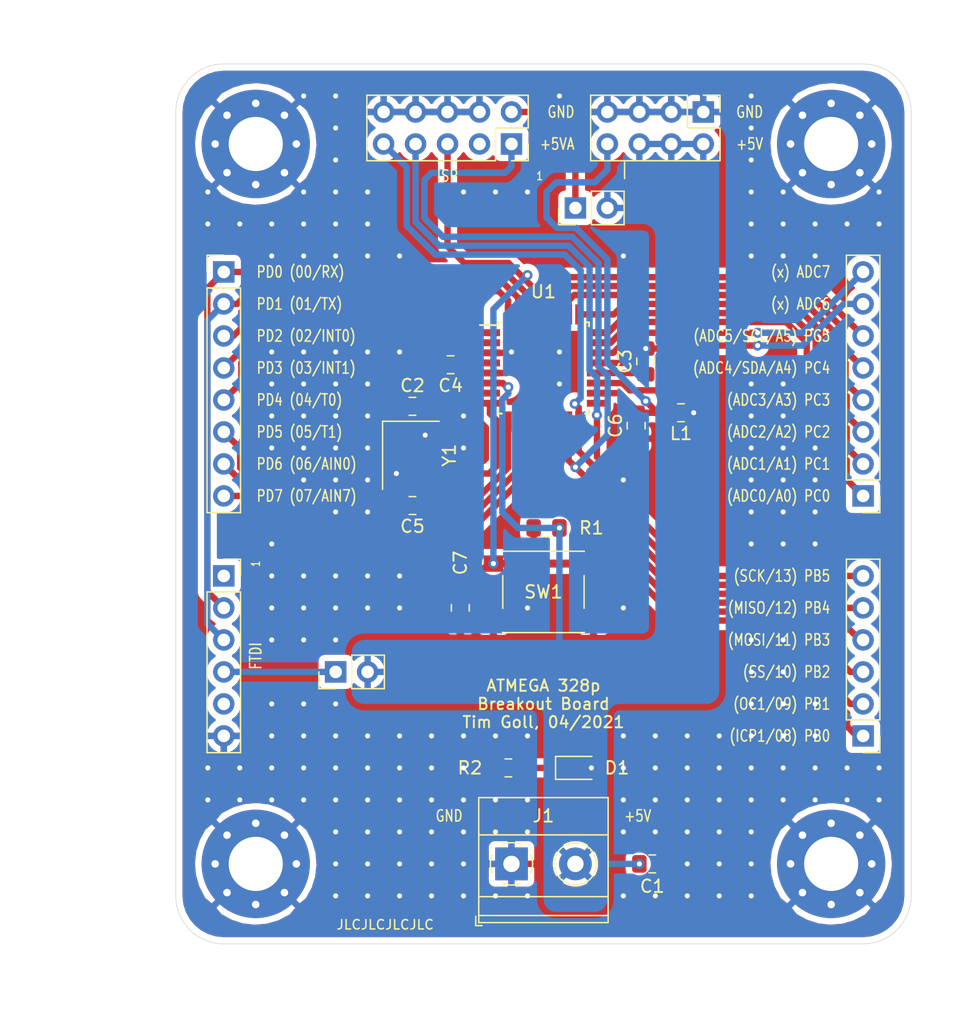
<source format=kicad_pcb>
(kicad_pcb (version 20211014) (generator pcbnew)
  (layers (0 "F.Cu" signal) (31 "B.Cu" signal) (34 "B.Paste" user) (35 "F.Paste" user) (36 "B.SilkS" user "B.Silkscreen") (37 "F.SilkS" user "F.Silkscreen") (38 "B.Mask" user) (39 "F.Mask" user) (44 "Edge.Cuts" user))
  (net 0 "")
  (net 1 "+5V")
  (net 2 "GND")
  (net 3 "XTAL1")
  (net 4 "Net-(C3-Pad1)")
  (net 5 "XTAL2")
  (net 6 "+5VA")
  (net 7 "~{RST}")
  (net 8 "Net-(D1-Pad1)")
  (net 9 "PC0")
  (net 10 "PC1")
  (net 11 "PC2")
  (net 12 "PC3")
  (net 13 "PC4")
  (net 14 "PC5")
  (net 15 "ADC6")
  (net 16 "ADC7")
  (net 17 "PB3")
  (net 18 "Net-(J3-Pad2)")
  (net 19 "Net-(J3-Pad3)")
  (net 20 "PB5")
  (net 21 "Net-(J5-Pad1)")
  (net 22 "PD7")
  (net 23 "PD6")
  (net 24 "PD5")
  (net 25 "PD4")
  (net 26 "PD3")
  (net 27 "PD2")
  (net 28 "PD1")
  (net 29 "PD0")
  (net 30 "Net-(J7-Pad1)")
  (net 31 "Net-(J7-Pad5)")
  (net 32 "PB0")
  (net 33 "PB1")
  (net 34 "PB2")
  (net 35 "PB4")
  (footprint "Capacitor_SMD:C_0805_2012Metric_Pad1.15x1.40mm_HandSolder" (layer "F.Cu") (at 138.675 94.996 180)
    (fp_text reference "C4")
    (fp_text value "100n")
  )
  (footprint "Capacitor_SMD:C_0805_2012Metric_Pad1.15x1.40mm_HandSolder" (layer "F.Cu") (at 153.416 99.831 90)
    (fp_text reference "C6")
    (fp_text value "100n")
  )
  (footprint "LED_SMD:LED_0805_2012Metric_Castellated" (layer "F.Cu") (at 148.8975 127)
    (fp_text reference "D1")
    (fp_text value "pwr")
  )
  (footprint "MountingHole:MountingHole_4.3mm_M4_Pad_Via" (layer "F.Cu") (at 123.19 134.62)
    (fp_text reference "H2" hide)
    (fp_text value "MountingHole_Pad")
  )
  (footprint "MountingHole:MountingHole_4.3mm_M4_Pad_Via" (layer "F.Cu") (at 123.19 77.47)
    (fp_text reference "H3" hide)
    (fp_text value "MountingHole_Pad")
  )
  (footprint "MountingHole:MountingHole_4.3mm_M4_Pad_Via" (layer "F.Cu") (at 168.91 134.62)
    (fp_text reference "H4" hide)
    (fp_text value "MountingHole_Pad")
  )
  (footprint "TerminalBlock_Phoenix:TerminalBlock_Phoenix_MKDS-1,5-2-5.08_1x02_P5.08mm_Horizontal" (layer "F.Cu") (at 143.51 134.62)
    (fp_text reference "J1")
    (fp_text value "pwr")
  )
  (footprint "Connector_PinHeader_2.54mm:PinHeader_1x08_P2.54mm_Vertical" (layer "F.Cu") (at 171.45 105.41 180)
    (fp_text reference "J2" hide)
    (fp_text value "analog")
  )
  (footprint "Connector_PinSocket_2.54mm:PinSocket_1x06_P2.54mm_Vertical" (layer "F.Cu") (at 120.65 111.76)
    (fp_text reference "J7" hide)
    (fp_text value "FTDI")
  )
  (footprint "Connector_PinHeader_2.54mm:PinHeader_1x06_P2.54mm_Vertical" (layer "F.Cu") (at 171.45 124.46 180)
    (fp_text reference "J8" hide)
    (fp_text value "PB")
  )
  (footprint "Inductor_SMD:L_0805_2012Metric_Pad1.15x1.40mm_HandSolder" (layer "F.Cu") (at 156.981 98.806 180)
    (fp_text reference "L1")
    (fp_text value "10u")
  )
  (footprint "Resistor_SMD:R_0805_2012Metric_Pad1.15x1.40mm_HandSolder" (layer "F.Cu") (at 146.295 107.95 180)
    (fp_text reference "R1")
    (fp_text value "10k")
  )
  (footprint "Resistor_SMD:R_0805_2012Metric_Pad1.15x1.40mm_HandSolder" (layer "F.Cu") (at 143.265 127 180)
    (fp_text reference "R2")
    (fp_text value "2k2")
  )
  (footprint "Button_Switch_SMD:SW_Push_1P1T_NO_6x6mm_H9.5mm" (layer "F.Cu") (at 146.05 113.03)
    (fp_text reference "SW1")
    (fp_text value "RST")
  )
  (footprint "Package_QFP:TQFP-32_7x7mm_P0.8mm" (layer "F.Cu") (at 146.05 95.25)
    (fp_text reference "U1")
    (fp_text value "ATmega328P-AU")
  )
  (footprint "Connector_PinHeader_2.54mm:PinHeader_1x08_P2.54mm_Vertical" (layer "F.Cu") (at 120.65 87.63)
    (fp_text reference "J6" hide)
    (fp_text value "PD")
  )
  (footprint "Connector_PinHeader_2.54mm:PinHeader_2x04_P2.54mm_Vertical" (layer "F.Cu") (at 158.75 74.93 -90)
    (fp_text reference "J9" hide)
    (fp_text value "power")
  )
  (footprint "Connector_PinHeader_2.54mm:PinHeader_1x02_P2.54mm_Vertical" (layer "F.Cu") (at 129.54 119.38 90)
    (fp_text reference "J5" hide)
    (fp_text value "jmp")
  )
  (footprint "MountingHole:MountingHole_4.3mm_M4_Pad_Via" (layer "F.Cu") (at 168.91 77.47)
    (fp_text reference "H1" hide)
    (fp_text value "MountingHole_Pad")
  )
  (footprint "Connector_PinSocket_2.54mm:PinSocket_2x05_P2.54mm_Vertical" (layer "F.Cu") (at 143.51 77.47 -90)
    (fp_text reference "J3" hide)
    (fp_text value "ISP")
  )
  (footprint "Capacitor_SMD:C_0805_2012Metric_Pad1.15x1.40mm_HandSolder" (layer "F.Cu") (at 154.695 134.62)
    (fp_text reference "C1")
    (fp_text value "1u")
  )
  (footprint "Capacitor_SMD:C_0805_2012Metric_Pad1.15x1.40mm_HandSolder" (layer "F.Cu") (at 135.645 106.172 180)
    (fp_text reference "C5")
    (fp_text value "22p")
  )
  (footprint "Capacitor_SMD:C_0805_2012Metric_Pad1.15x1.40mm_HandSolder" (layer "F.Cu") (at 135.645 98.298)
    (fp_text reference "C2")
    (fp_text value "22p")
  )
  (footprint "Crystal:Crystal_SMD_3225-4Pin_3.2x2.5mm_HandSoldering" (layer "F.Cu") (at 135.516 102.182 -90)
    (fp_text reference "Y1")
    (fp_text value "S3B20")
  )
  (footprint "Capacitor_SMD:C_0805_2012Metric_Pad1.15x1.40mm_HandSolder" (layer "F.Cu") (at 154.178 94.733 90)
    (fp_text reference "C3")
    (fp_text value "100n")
  )
  (footprint "Connector_PinHeader_2.54mm:PinHeader_1x02_P2.54mm_Vertical" (layer "F.Cu") (at 148.59 82.55 90)
    (fp_text reference "J4" hide)
    (fp_text value "jmp")
  )
  (footprint "Capacitor_SMD:C_0805_2012Metric_Pad1.15x1.40mm_HandSolder" (layer "F.Cu") (at 139.446 114.291 -90)
    (fp_text reference "C7")
    (fp_text value "100n")
  )
  (gr_line (start 175.26 137.16) (end 175.26 74.93) (layer "Edge.Cuts") (width 0.05))
  (gr_line (start 120.65 140.97) (end 171.45 140.97) (layer "Edge.Cuts") (width 0.05))
  (gr_arc (start 116.84 74.93) (mid 117.955923 72.235923) (end 120.65 71.12) (layer "Edge.Cuts") (width 0.05))
  (gr_arc (start 120.65 140.97) (mid 117.955923 139.854077) (end 116.84 137.16) (layer "Edge.Cuts") (width 0.05))
  (gr_line (start 171.45 71.12) (end 120.65 71.12) (layer "Edge.Cuts") (width 0.05))
  (gr_line (start 116.84 74.93) (end 116.84 137.16) (layer "Edge.Cuts") (width 0.05))
  (gr_arc (start 171.45 71.12) (mid 174.144077 72.235923) (end 175.26 74.93) (layer "Edge.Cuts") (width 0.05))
  (gr_arc (start 175.26 137.16) (mid 174.144077 139.854077) (end 171.45 140.97) (layer "Edge.Cuts") (width 0.05))
  (gr_text "ATMEGA 328p\nBreakout Board\nTim Goll, 04/2021" (at 146.05 121.92) (layer "F.SilkS") (effects (font (size 0.9 0.9))))
  (gr_text "JLCJLCJLCJLC" (at 137.414 139.446) (layer "F.SilkS") (effects (font (size 0.75 0.75) (thickness 0.12)) (justify right)))
  (gr_text "(x) ADC7" (at 168.91 87.63) (layer "F.SilkS") (effects (font (size 0.9 0.7) (thickness 0.12)) (justify right)))
  (gr_text "1" (at 123.19 110.49 90) (layer "F.SilkS") (effects (font (size 0.65 0.5) (thickness 0.1)) (justify right)))
  (gr_text "ISP" (at 138.43 80.01) (layer "F.SilkS") (effects (font (size 0.9 0.7) (thickness 0.12))))
  (gr_text "1" (at 146.05 80.01) (layer "F.SilkS") (effects (font (size 0.65 0.5) (thickness 0.1)) (justify right)))
  (gr_text "|" (at 152.908 79.502) (layer "F.SilkS") (effects (font (size 0.9 0.7) (thickness 0.12)) (justify right)))
  (gr_text "GND" (at 148.59 74.93) (layer "F.SilkS") (effects (font (size 0.9 0.7) (thickness 0.12)) (justify right)))
  (gr_text "GND" (at 139.7 130.81) (layer "F.SilkS") (effects (font (size 0.9 0.7) (thickness 0.12)) (justify right)))
  (gr_text "+5V" (at 152.4 130.81) (layer "F.SilkS") (effects (font (size 0.9 0.7) (thickness 0.12)) (justify left)))
  (gr_text "PD6 (06/AIN0)" (at 123.19 102.87) (layer "F.SilkS") (effects (font (size 0.9 0.7) (thickness 0.12)) (justify left)))
  (gr_text "(x) ADC6" (at 168.91 90.17) (layer "F.SilkS") (effects (font (size 0.9 0.7) (thickness 0.12)) (justify right)))
  (gr_text "(ADC3/A3) PC3" (at 168.91 97.79) (layer "F.SilkS") (effects (font (size 0.9 0.7) (thickness 0.12)) (justify right)))
  (gr_text "(MISO/12) PB4" (at 168.91 114.3) (layer "F.SilkS") (effects (font (size 0.9 0.7) (thickness 0.12)) (justify right)))
  (gr_text "(ADC5/SCL/A5) PC5" (at 168.91 92.71) (layer "F.SilkS") (effects (font (size 0.9 0.7) (thickness 0.12)) (justify right)))
  (gr_text "(ICP1/08) PB0" (at 168.91 124.46) (layer "F.SilkS") (effects (font (size 0.9 0.7) (thickness 0.12)) (justify right)))
  (gr_text "+5VA" (at 148.59 77.47) (layer "F.SilkS") (effects (font (size 0.9 0.7) (thickness 0.12)) (justify right)))
  (gr_text "FTDI" (at 123.19 118.11 90) (layer "F.SilkS") (effects (font (size 0.9 0.7) (thickness 0.12))))
  (gr_text "(SS/10) PB2" (at 168.91 119.38) (layer "F.SilkS") (effects (font (size 0.9 0.7) (thickness 0.12)) (justify right)))
  (gr_text "(OC1/09) PB1" (at 168.91 121.92) (layer "F.SilkS") (effects (font (size 0.9 0.7) (thickness 0.12)) (justify right)))
  (gr_text "(ADC4/SDA/A4) PC4" (at 168.91 95.25) (layer "F.SilkS") (effects (font (size 0.9 0.7) (thickness 0.12)) (justify right)))
  (gr_text "(ADC0/A0) PC0" (at 168.91 105.41) (layer "F.SilkS") (effects (font (size 0.9 0.7) (thickness 0.12)) (justify right)))
  (gr_text "+5V" (at 161.29 77.47) (layer "F.SilkS") (effects (font (size 0.9 0.7) (thickness 0.12)) (justify left)))
  (gr_text "PD7 (07/AIN7)" (at 123.19 105.41) (layer "F.SilkS") (effects (font (size 0.9 0.7) (thickness 0.12)) (justify left)))
  (gr_text "(ADC2/A2) PC2" (at 168.91 100.33) (layer "F.SilkS") (effects (font (size 0.9 0.7) (thickness 0.12)) (justify right)))
  (gr_text "(SCK/13) PB5" (at 168.91 111.76) (layer "F.SilkS") (effects (font (size 0.9 0.7) (thickness 0.12)) (justify right)))
  (gr_text "PD0 (00/RX)" (at 123.19 87.63) (layer "F.SilkS") (effects (font (size 0.9 0.7) (thickness 0.12)) (justify left)))
  (gr_text "PD2 (02/INT0)" (at 123.19 92.71) (layer "F.SilkS") (effects (font (size 0.9 0.7) (thickness 0.12)) (justify left)))
  (gr_text "PD4 (04/T0)" (at 123.19 97.79) (layer "F.SilkS") (effects (font (size 0.9 0.7) (thickness 0.12)) (justify left)))
  (gr_text "PD3 (03/INT1)" (at 123.19 95.25) (layer "F.SilkS") (effects (font (size 0.9 0.7) (thickness 0.12)) (justify left)))
  (gr_text "(ADC1/A1) PC1" (at 168.91 102.87) (layer "F.SilkS") (effects (font (size 0.9 0.7) (thickness 0.12)) (justify right)))
  (gr_text "(MOSI/11) PB3" (at 168.91 116.84) (layer "F.SilkS") (effects (font (size 0.9 0.7) (thickness 0.12)) (justify right)))
  (gr_text "PD5 (05/T1)" (at 123.19 100.33) (layer "F.SilkS") (effects (font (size 0.9 0.7) (thickness 0.12)) (justify left)))
  (gr_text "PD1 (01/TX)" (at 123.19 90.17) (layer "F.SilkS") (effects (font (size 0.9 0.7) (thickness 0.12)) (justify left)))
  (gr_text "GND" (at 161.29 74.93) (layer "F.SilkS") (effects (font (size 0.9 0.7) (thickness 0.12)) (justify left)))
  (segment (start 141.8 94.85) (end 139.79 94.85) (width 0.508) (layer "F.Cu") (net 1))
  (segment (start 143.256 96.774) (end 143.142 96.774) (width 0.508) (layer "F.Cu") (net 1))
  (segment (start 139.79 94.85) (end 139.7 94.76) (width 0.508) (layer "F.Cu") (net 1))
  (segment (start 141.8 96.45) (end 142.818 96.45) (width 0.508) (layer "F.Cu") (net 1))
  (segment (start 143.142 96.774) (end 142.818 96.45) (width 0.508) (layer "F.Cu") (net 1))
  (segment (start 141.8 96.45) (end 140.138 96.45) (width 0.508) (layer "F.Cu") (net 1))
  (segment (start 140.138 96.45) (end 139.7 96.012) (width 0.508) (layer "F.Cu") (net 1))
  (segment (start 139.7 96.012) (end 139.7 94.76) (width 0.508) (layer "F.Cu") (net 1))
  (via (at 157.988 98.806) (size 0.8) (drill 0.4) (layers "F.Cu" "B.Cu") (net 1))
  (via (at 149.86 127) (size 0.8) (drill 0.4) (layers "F.Cu" "B.Cu") (net 1))
  (via (at 143.256 96.774) (size 0.8) (drill 0.4) (layers "F.Cu" "B.Cu") (net 1))
  (via (at 153.67 134.62) (size 0.8) (drill 0.4) (layers "F.Cu" "B.Cu") (net 1))
  (via (at 147.32 107.95) (size 0.8) (drill 0.4) (layers "F.Cu" "B.Cu") (net 1))
  (segment (start 142.78301 97.75499) (end 143.256 97.282) (width 0.508) (layer "B.Cu") (net 1))
  (segment (start 147.32 107.95) (end 147.32 117.602) (width 0.508) (layer "B.Cu") (net 1))
  (segment (start 144.018 107.95) (end 142.78301 106.71501) (width 0.508) (layer "B.Cu") (net 1))
  (segment (start 153.67 134.62) (end 150.876 134.62) (width 0.508) (layer "B.Cu") (net 1))
  (segment (start 142.78301 106.71501) (end 142.78301 97.75499) (width 0.508) (layer "B.Cu") (net 1))
  (segment (start 147.32 107.95) (end 144.018 107.95) (width 0.508) (layer "B.Cu") (net 1))
  (segment (start 143.256 97.282) (end 143.256 96.774) (width 0.508) (layer "B.Cu") (net 1))
  (segment (start 150.3 94.85) (end 152.292 94.85) (width 0.508) (layer "F.Cu") (net 2))
  (segment (start 143.108 95.65) (end 143.51 95.248) (width 0.508) (layer "F.Cu") (net 2))
  (segment (start 143.51 95.248) (end 143.51 93.98) (width 0.508) (layer "F.Cu") (net 2))
  (segment (start 141.8 95.65) (end 143.108 95.65) (width 0.508) (layer "F.Cu") (net 2))
  (segment (start 153.434 93.708) (end 154.178 93.708) (width 0.508) (layer "F.Cu") (net 2))
  (segment (start 152.292 94.85) (end 153.434 93.708) (width 0.508) (layer "F.Cu") (net 2))
  (segment (start 143.44 94.05) (end 143.51 93.98) (width 0.508) (layer "F.Cu") (net 2))
  (segment (start 141.8 94.05) (end 143.44 94.05) (width 0.508) (layer "F.Cu") (net 2))
  (via (at 136.652 100.584) (size 0.8) (drill 0.4) (layers "F.Cu" "B.Cu") (net 2))
  (via (at 134.366 103.632) (size 0.8) (drill 0.4) (layers "F.Cu" "B.Cu") (net 2))
  (via (at 127 114.3) (size 0.8) (drill 0.4) (layers "F.Cu" "B.Cu") (net 2))
  (via (at 129.54 129.54) (size 0.8) (drill 0.4) (layers "F.Cu" "B.Cu") (net 2))
  (via (at 139.7 81.28) (size 0.8) (drill 0.4) (layers "F.Cu" "B.Cu") (net 2))
  (via (at 152.4 86.36) (size 0.8) (drill 0.4) (layers "F.Cu" "B.Cu") (net 2))
  (via (at 162.56 83.82) (size 0.8) (drill 0.4) (layers "F.Cu" "B.Cu") (net 2))
  (via (at 127 124.46) (size 0.8) (drill 0.4) (layers "F.Cu" "B.Cu") (net 2))
  (via (at 170.18 127) (size 0.8) (drill 0.4) (layers "F.Cu" "B.Cu") (net 2))
  (via (at 129.54 132.08) (size 0.8) (drill 0.4) (layers "F.Cu" "B.Cu") (net 2))
  (via (at 137.16 137.16) (size 0.8) (drill 0.4) (layers "F.Cu" "B.Cu") (net 2))
  (via (at 157.48 137.16) (size 0.8) (drill 0.4) (layers "F.Cu" "B.Cu") (net 2))
  (via (at 134.62 132.08) (size 0.8) (drill 0.4) (layers "F.Cu" "B.Cu") (net 2))
  (via (at 124.46 101.6) (size 0.8) (drill 0.4) (layers "F.Cu" "B.Cu") (net 2))
  (via (at 152.4 114.3) (size 0.8) (drill 0.4) (layers "F.Cu" "B.Cu") (net 2))
  (via (at 142.24 137.16) (size 0.8) (drill 0.4) (layers "F.Cu" "B.Cu") (net 2))
  (via (at 139.7 137.16) (size 0.8) (drill 0.4) (layers "F.Cu" "B.Cu") (net 2))
  (via (at 132.08 86.36) (size 0.8) (drill 0.4) (layers "F.Cu" "B.Cu") (net 2))
  (via (at 129.54 73.66) (size 0.8) (drill 0.4) (layers "F.Cu" "B.Cu") (net 2))
  (via (at 137.16 132.08) (size 0.8) (drill 0.4) (layers "F.Cu" "B.Cu") (net 2))
  (via (at 129.54 104.14) (size 0.8) (drill 0.4) (layers "F.Cu" "B.Cu") (net 2))
  (via (at 152.4 127) (size 0.8) (drill 0.4) (layers "F.Cu" "B.Cu") (net 2))
  (via (at 162.56 81.28) (size 0.8) (drill 0.4) (layers "F.Cu" "B.Cu") (net 2))
  (via (at 134.62 134.62) (size 0.8) (drill 0.4) (layers "F.Cu" "B.Cu") (net 2))
  (via (at 134.62 93.98) (size 0.8) (drill 0.4) (layers "F.Cu" "B.Cu") (net 2))
  (via (at 132.08 106.68) (size 0.8) (drill 0.4) (layers "F.Cu" "B.Cu") (net 2))
  (via (at 162.56 73.66) (size 0.8) (drill 0.4) (layers "F.Cu" "B.Cu") (net 2))
  (via (at 160.02 137.16) (size 0.8) (drill 0.4) (layers "F.Cu" "B.Cu") (net 2))
  (via (at 165.1 104.14) (size 0.8) (drill 0.4) (layers "F.Cu" "B.Cu") (net 2))
  (via (at 167.64 124.46) (size 0.8) (drill 0.4) (layers "F.Cu" "B.Cu") (net 2))
  (via (at 162.56 119.38) (size 0.8) (drill 0.4) (layers "F.Cu" "B.Cu") (net 2))
  (via (at 172.72 83.82) (size 0.8) (drill 0.4) (layers "F.Cu" "B.Cu") (net 2))
  (via (at 167.64 129.54) (size 0.8) (drill 0.4) (layers "F.Cu" "B.Cu") (net 2))
  (via (at 167.64 104.14) (size 0.8) (drill 0.4) (layers "F.Cu" "B.Cu") (net 2))
  (via (at 147.32 93.98) (size 0.8) (drill 0.4) (layers "F.Cu" "B.Cu") (net 2))
  (via (at 154.94 124.46) (size 0.8) (drill 0.4) (layers "F.Cu" "B.Cu") (net 2))
  (via (at 137.16 134.62) (size 0.8) (drill 0.4) (layers "F.Cu" "B.Cu") (net 2))
  (via (at 144.78 132.08) (size 0.8) (drill 0.4) (layers "F.Cu" "B.Cu") (net 2))
  (via (at 129.54 101.6) (size 0.8) (drill 0.4) (layers "F.Cu" "B.Cu") (net 2))
  (via (at 154.94 129.54) (size 0.8) (drill 0.4) (layers "F.Cu" "B.Cu") (net 2))
  (via (at 127 73.66) (size 0.8) (drill 0.4) (layers "F.Cu" "B.Cu") (net 2))
  (via (at 165.1 129.54) (size 0.8) (drill 0.4) (layers "F.Cu" "B.Cu") (net 2))
  (via (at 167.64 121.92) (size 0.8) (drill 0.4) (layers "F.Cu" "B.Cu") (net 2))
  (via (at 167.64 127) (size 0.8) (drill 0.4) (layers "F.Cu" "B.Cu") (net 2))
  (via (at 142.24 132.08) (size 0.8) (drill 0.4) (layers "F.Cu" "B.Cu") (net 2))
  (via (at 144.78 137.16) (size 0.8) (drill 0.4) (layers "F.Cu" "B.Cu") (net 2))
  (via (at 132.08 96.52) (size 0.8) (drill 0.4) (layers "F.Cu" "B.Cu") (net 2))
  (via (at 134.62 137.16) (size 0.8) (drill 0.4) (layers "F.Cu" "B.Cu") (net 2))
  (via (at 132.08 99.06) (size 0.8) (drill 0.4) (layers "F.Cu" "B.Cu") (net 2))
  (via (at 147.32 73.66) (size 0.8) (drill 0.4) (layers "F.Cu" "B.Cu") (net 2))
  (via (at 124.46 116.84) (size 0.8) (drill 0.4) (layers "F.Cu" "B.Cu") (net 2))
  (via (at 162.56 121.92) (size 0.8) (drill 0.4) (layers "F.Cu" "B.Cu") (net 2))
  (via (at 162.56 106.68) (size 0.8) (drill 0.4) (layers "F.Cu" "B.Cu") (net 2))
  (via (at 165.1 106.68) (size 0.8) (drill 0.4) (layers "F.Cu" "B.Cu") (net 2))
  (via (at 167.64 109.22) (size 0.8) (drill 0.4) (layers "F.Cu" "B.Cu") (net 2))
  (via (at 165.1 121.92) (size 0.8) (drill 0.4) (layers "F.Cu" "B.Cu") (net 2))
  (via (at 124.46 83.82) (size 0.8) (drill 0.4) (layers "F.Cu" "B.Cu") (net 2))
  (via (at 132.08 81.28) (size 0.8) (drill 0.4) (layers "F.Cu" "B.Cu") (net 2))
  (via (at 137.16 127) (size 0.8) (drill 0.4) (layers "F.Cu" "B.Cu") (net 2))
  (via (at 165.1 99.06) (size 0.8) (drill 0.4) (layers "F.Cu" "B.Cu") (net 2))
  (via (at 152.4 124.46) (size 0.8) (drill 0.4) (layers "F.Cu" "B.Cu") (net 2))
  (via (at 165.1 116.84) (size 0.8) (drill 0.4) (layers "F.Cu" "B.Cu") (net 2))
  (via (at 124.46 109.22) (size 0.8) (drill 0.4) (layers "F.Cu" "B.Cu") (net 2))
  (via (at 152.4 104.14) (size 0.8) (drill 0.4) (layers "F.Cu" "B.Cu") (net 2))
  (via (at 152.4 132.08) (size 0.8) (drill 0.4) (layers "F.Cu" "B.Cu") (net 2))
  (via (at 143.51 93.98) (size 0.8) (drill 0.4) (layers "F.Cu" "B.Cu") (net 2))
  (via (at 160.02 129.54) (size 0.8) (drill 0.4) (layers "F.Cu" "B.Cu") (net 2))
  (via (at 129.54 93.98) (size 0.8) (drill 0.4) (layers "F.Cu" "B.Cu") (net 2))
  (via (at 132.08 93.98) (size 0.8) (drill 0.4) (layers "F.Cu" "B.Cu") (net 2))
  (via (at 127 93.98) (size 0.8) (drill 0.4) (layers "F.Cu" "B.Cu") (net 2))
  (via (at 127 99.06) (size 0.8) (drill 0.4) (layers "F.Cu" "B.Cu") (net 2))
  (via (at 143.51 93.98) (size 0.8) (drill 0.4) (layers "F.Cu" "B.Cu") (net 2))
  (via (at 139.7 132.08) (size 0.8) (drill 0.4) (layers "F.Cu" "B.Cu") (net 2))
  (via (at 162.56 137.16) (size 0.8) (drill 0.4) (layers "F.Cu" "B.Cu") (net 2))
  (via (at 154.178 93.708) (size 0.8) (drill 0.4) (layers "F.Cu" "B.Cu") (net 2))
  (via (at 124.46 111.76) (size 0.8) (drill 0.4) (layers "F.Cu" "B.Cu") (net 2))
  (via (at 127 129.54) (size 0.8) (drill 0.4) (layers "F.Cu" "B.Cu") (net 2))
  (via (at 124.46 93.98) (size 0.8) (drill 0.4) (layers "F.Cu" "B.Cu") (net 2))
  (via (at 167.64 86.36) (size 0.8) (drill 0.4) (layers "F.Cu" "B.Cu") (net 2))
  (via (at 129.54 81.28) (size 0.8) (drill 0.4) (layers "F.Cu" "B.Cu") (net 2))
  (via (at 160.02 134.62) (size 0.8) (drill 0.4) (layers "F.Cu" "B.Cu") (net 2))
  (via (at 121.92 127) (size 0.8) (drill 0.4) (layers "F.Cu" "B.Cu") (net 2))
  (via (at 119.38 83.82) (size 0.8) (drill 0.4) (layers "F.Cu" "B.Cu") (net 2))
  (via (at 137.16 124.46) (size 0.8) (drill 0.4) (layers "F.Cu" "B.Cu") (net 2))
  (via (at 162.56 132.08) (size 0.8) (drill 0.4) (layers "F.Cu" "B.Cu") (net 2))
  (via (at 129.54 106.68) (size 0.8) (drill 0.4) (layers "F.Cu" "B.Cu") (net 2))
  (via (at 165.1 96.52) (size 0.8) (drill 0.4) (layers "F.Cu" "B.Cu") (net 2))
  (via (at 132.08 132.08) (size 0.8) (drill 0.4) (layers "F.Cu" "B.Cu") (net 2))
  (via (at 154.94 137.16) (size 0.8) (drill 0.4) (layers "F.Cu" "B.Cu") (net 2))
  (via (at 132.08 134.62) (size 0.8) (drill 0.4) (layers "F.Cu" "B.Cu") (net 2))
  (via (at 132.08 104.14) (size 0.8) (drill 0.4) (layers "F.Cu" "B.Cu") (net 2))
  (via (at 124.46 114.3) (size 0.8) (drill 0.4) (layers "F.Cu" "B.Cu") (net 2))
  (via (at 162.56 104.14) (size 0.8) (drill 0.4) (layers "F.Cu" "B.Cu") (net 2))
  (via (at 144.78 114.3) (size 0.8) (drill 0.4) (layers "F.Cu" "B.Cu") (net 2))
  (via (at 127 81.28) (size 0.8) (drill 0.4) (layers "F.Cu" "B.Cu") (net 2))
  (via (at 132.08 129.54) (size 0.8) (drill 0.4) (layers "F.Cu" "B.Cu") (net 2))
  (via (at 142.24 124.46) (size 0.8) (drill 0.4) (layers "F.Cu" "B.Cu") (net 2))
  (via (at 134.62 124.46) (size 0.8) (drill 0.4) (layers "F.Cu" "B.Cu") (net 2))
  (via (at 119.38 129.54) (size 0.8) (drill 0.4) (layers "F.Cu" "B.Cu") (net 2))
  (via (at 129.54 127) (size 0.8) (drill 0.4) (layers "F.Cu" "B.Cu") (net 2))
  (via (at 121.92 83.82) (size 0.8) (drill 0.4) (layers "F.Cu" "B.Cu") (net 2))
  (via (at 129.54 121.92) (size 0.8) (drill 0.4) (layers "F.Cu" "B.Cu") (net 2))
  (via (at 129.54 116.84) (size 0.8) (drill 0.4) (layers "F.Cu" "B.Cu") (net 2))
  (via (at 165.1 86.36) (size 0.8) (drill 0.4) (layers "F.Cu" "B.Cu") (net 2))
  (via (at 129.54 78.74) (size 0.8) (drill 0.4) (layers "F.Cu" "B.Cu") (net 2))
  (via (at 139.7 101.6) (size 0.8) (drill 0.4) (layers "F.Cu" "B.Cu") (net 2))
  (via (at 165.1 109.22) (size 0.8) (drill 0.4) (layers "F.Cu" "B.Cu") (net 2))
  (via (at 154.94 132.08) (size 0.8) (drill 0.4) (layers "F.Cu" "B.Cu") (net 2))
  (via (at 134.62 114.3) (size 0.8) (drill 0.4) (layers "F.Cu" "B.Cu") (net 2))
  (via (at 124.46 129.54) (size 0.8) (drill 0.4) (layers "F.Cu" "B.Cu") (net 2))
  (via (at 132.08 114.3) (size 0.8) (drill 0.4) (layers "F.Cu" "B.Cu") (net 2))
  (via (at 127 104.14) (size 0.8) (drill 0.4) (layers "F.Cu" "B.Cu") (net 2))
  (via (at 132.08 127) (size 0.8) (drill 0.4) (layers "F.Cu" "B.Cu") (net 2))
  (via (at 167.64 101.6) (size 0.8) (drill 0.4) (layers "F.Cu" "B.Cu") (net 2))
  (via (at 144.78 81.28) (size 0.8) (drill 0.4) (layers "F.Cu" "B.Cu") (net 2))
  (via (at 124.46 86.36) (size 0.8) (drill 0.4) (layers "F.Cu" "B.Cu") (net 2))
  (via (at 157.48 132.08) (size 0.8) (drill 0.4) (layers "F.Cu" "B.Cu") (net 2))
  (via (at 152.4 129.54) (size 0.8) (drill 0.4) (layers "F.Cu" "B.Cu") (net 2))
  (via (at 134.62 129.54) (size 0.8) (drill 0.4) (layers "F.Cu" "B.Cu") (net 2))
  (via (at 121.92 129.54) (size 0.8) (drill 0.4) (layers "F.Cu" "B.Cu") (net 2))
  (via (at 129.54 96.52) (size 0.8) (drill 0.4) (layers "F.Cu" "B.Cu") (net 2))
  (via (at 172.72 129.54) (size 0.8) (drill 0.4) (layers "F.Cu" "B.Cu") (net 2))
  (via (at 157.48 124.46) (size 0.8) (drill 0.4) (layers "F.Cu" "B.Cu") (net 2))
  (via (at 132.08 124.46) (size 0.8) (drill 0.4) (layers "F.Cu" "B.Cu") (net 2))
  (via (at 165.1 81.28) (size 0.8) (drill 0.4) (layers "F.Cu" "B.Cu") (net 2))
  (via (at 162.56 101.6) (size 0.8) (drill 0.4) (layers "F.Cu" "B.Cu") (net 2))
  (via (at 129.54 114.3) (size 0.8) (drill 0.4) (layers "F.Cu" "B.Cu") (net 2))
  (via (at 127 101.6) (size 0.8) (drill 0.4) (layers "F.Cu" "B.Cu") (net 2))
  (via (at 142.24 129.54) (size 0.8) (drill 0.4) (layers "F.Cu" "B.Cu") (net 2))
  (via (at 162.56 86.36) (size 0.8) (drill 0.4) (layers "F.Cu" "B.Cu") (net 2))
  (via (at 162.56 76.2) (size 0.8) (drill 0.4) (layers "F.Cu" "B.Cu") (net 2))
  (via (at 147.32 96.52) (size 0.8) (drill 0.4) (layers "F.Cu" "B.Cu") (net 2))
  (via (at 170.18 83.82) (size 0.8) (drill 0.4) (layers "F.Cu" "B.Cu") (net 2))
  (via (at 162.56 96.52) (size 0.8) (drill 0.4) (layers "F.Cu" "B.Cu") (net 2))
  (via (at 129.54 76.2) (size 0.8) (drill 0.4) (layers "F.Cu" "B.Cu") (net 2))
  (via (at 162.56 129.54) (size 0.8) (drill 0.4) (layers "F.Cu" "B.Cu") (net 2))
  (via (at 142.24 81.28) (size 0.8) (drill 0.4) (layers "F.Cu" "B.Cu") (net 2))
  (via (at 132.08 111.76) (size 0.8) (drill 0.4) (layers "F.Cu" "B.Cu") (net 2))
  (via (at 132.08 101.6) (size 0.8) (drill 0.4) (layers "F.Cu" "B.Cu") (net 2))
  (via (at 129.54 137.16) (size 0.8) (drill 0.4) (layers "F.Cu" "B.Cu") (net 2))
  (via (at 157.48 134.62) (size 0.8) (drill 0.4) (layers "F.Cu" "B.Cu") (net 2))
  (via (at 129.54 99.06) (size 0.8) (drill 0.4) (layers "F.Cu" "B.Cu") (net 2))
  (via (at 165.1 119.38) (size 0.8) (drill 0.4) (layers "F.Cu" "B.Cu") (net 2))
  (via (at 162.56 116.84) (size 0.8) (drill 0.4) (layers "F.Cu" "B.Cu") (net 2))
  (via (at 127 83.82) (size 0.8) (drill 0.4) (layers "F.Cu" "B.Cu") (net 2))
  (via (at 139.7 129.54) (size 0.8) (drill 0.4) (layers "F.Cu" "B.Cu") (net 2))
  (via (at 162.56 127) (size 0.8) (drill 0.4) (layers "F.Cu" "B.Cu") (net 2))
  (via (at 170.18 129.54) (size 0.8) (drill 0.4) (layers "F.Cu" "B.Cu") (net 2))
  (via (at 127 86.36) (size 0.8) (drill 0.4) (layers "F.Cu" "B.Cu") (net 2))
  (via (at 124.46 99.06) (size 0.8) (drill 0.4) (layers "F.Cu" "B.Cu") (net 2))
  (via (at 127 116.84) (size 0.8) (drill 0.4) (layers "F.Cu" "B.Cu") (net 2))
  (via (at 124.46 127) (size 0.8) (drill 0.4) (layers "F.Cu" "B.Cu") (net 2))
  (via (at 129.54 86.36) (size 0.8) (drill 0.4) (layers "F.Cu" "B.Cu") (net 2))
  (via (at 129.54 111.76) (size 0.8) (drill 0.4) (layers "F.Cu" "B.Cu") (net 2))
  (via (at 139.7 124.46) (size 0.8) (drill 0.4) (layers "F.Cu" "B.Cu") (net 2))
  (via (at 167.64 83.82) (size 0.8) (drill 0.4) (layers "F.Cu" "B.Cu") (net 2))
  (via (at 165.1 127) (size 0.8) (drill 0.4) (layers "F.Cu" "B.Cu") (net 2))
  (via (at 160.02 124.46) (size 0.8) (drill 0.4) (layers "F.Cu" "B.Cu") (net 2))
  (via (at 167.64 106.68) (size 0.8) (drill 0.4) (layers "F.Cu" "B.Cu") (net 2))
  (via (at 160.02 132.08) (size 0.8) (drill 0.4) (layers "F.Cu" "B.Cu") (net 2))
  (via (at 162.56 78.74) (size 0.8) (drill 0.4) (layers "F.Cu" "B.Cu") (net 2))
  (via (at 165.1 101.6) (size 0.8) (drill 0.4) (layers "F.Cu" "B.Cu") (net 2))
  (via (at 165.1 124.46) (size 0.8) (drill 0.4) (layers "F.Cu" "B.Cu") (net 2))
  (via (at 137.16 129.54) (size 0.8) (drill 0.4) (layers "F.Cu" "B.Cu") (net 2))
  (via (at 127 111.76) (size 0.8) (drill 0.4) (layers "F.Cu" "B.Cu") (net 2))
  (via (at 160.02 127) (size 0.8) (drill 0.4) (layers "F.Cu" "B.Cu") (net 2))
  (via (at 119.38 81.28) (size 0.8) (drill 0.4) (layers "F.Cu" "B.Cu") (net 2))
  (via (at 154.94 127) (size 0.8) (drill 0.4) (layers "F.Cu" "B.Cu") (net 2))
  (via (at 162.56 109.22) (size 0.8) (drill 0.4) (layers "F.Cu" "B.Cu") (net 2))
  (via (at 134.62 127) (size 0.8) (drill 0.4) (layers "F.Cu" "B.Cu") (net 2))
  (via (at 139.7 127) (size 0.8) (drill 0.4) (layers "F.Cu" "B.Cu") (net 2))
  (via (at 132.08 83.82) (size 0.8) (drill 0.4) (layers "F.Cu" "B.Cu") (net 2))
  (via (at 129.54 124.46) (size 0.8) (drill 0.4) (layers "F.Cu" "B.Cu") (net 2))
  (via (at 127 127) (size 0.8) (drill 0.4) (layers "F.Cu" "B.Cu") (net 2))
  (via (at 152.4 137.16) (size 0.8) (drill 0.4) (layers "F.Cu" "B.Cu") (net 2))
  (via (at 172.72 127) (size 0.8) (drill 0.4) (layers "F.Cu" "B.Cu") (net 2))
  (via (at 139.7 99.06) (size 0.8) (drill 0.4) (layers "F.Cu" "B.Cu") (net 2))
  (via (at 124.46 121.92) (size 0.8) (drill 0.4) (layers "F.Cu" "B.Cu") (net 2))
  (via (at 165.1 83.82) (size 0.8) (drill 0.4) (layers "F.Cu" "B.Cu") (net 2))
  (via (at 157.48 127) (size 0.8) (drill 0.4) (layers "F.Cu" "B.Cu") (net 2))
  (via (at 162.56 99.06) (size 0.8) (drill 0.4) (layers "F.Cu" "B.Cu") (net 2))
  (via (at 127 121.92) (size 0.8) (drill 0.4) (layers "F.Cu" "B.Cu") (net 2))
  (via (at 172.72 81.28) (size 0.8) (drill 0.4) (layers "F.Cu" "B.Cu") (net 2))
  (via (at 124.46 124.46) (size 0.8) (drill 0.4) (layers "F.Cu" "B.Cu") (net 2))
  (via (at 139.7 134.62) (size 0.8) (drill 0.4) (layers "F.Cu" "B.Cu") (net 2))
  (via (at 129.54 134.62) (size 0.8) (drill 0.4) (layers "F.Cu" "B.Cu") (net 2))
  (via (at 144.78 124.46) (size 0.8) (drill 0.4) (layers "F.Cu" "B.Cu") (net 2))
  (via (at 134.62 111.76) (size 0.8) (drill 0.4) (layers "F.Cu" "B.Cu") (net 2))
  (via (at 119.38 127) (size 0.8) (drill 0.4) (layers "F.Cu" "B.Cu") (net 2))
  (via (at 132.08 137.16) (size 0.8) (drill 0.4) (layers "F.Cu" "B.Cu") (net 2))
  (via (at 124.46 96.52) (size 0.8) (drill 0.4) (layers "F.Cu" "B.Cu") (net 2))
  (via (at 162.56 124.46) (size 0.8) (drill 0.4) (layers "F.Cu" "B.Cu") (net 2))
  (via (at 134.62 86.36) (size 0.8) (drill 0.4) (layers "F.Cu" "B.Cu") (net 2))
  (via (at 127 96.52) (size 0.8) (drill 0.4) (layers "F.Cu" "B.Cu") (net 2))
  (via (at 162.56 134.62) (size 0.8) (drill 0.4) (layers "F.Cu" "B.Cu") (net 2))
  (via (at 144.78 129.54) (size 0.8) (drill 0.4) (layers "F.Cu" "B.Cu") (net 2))
  (via (at 157.48 129.54) (size 0.8) (drill 0.4) (layers "F.Cu" "B.Cu") (net 2))
  (via (at 129.54 83.82) (size 0.8) (drill 0.4) (layers "F.Cu" "B.Cu") (net 2))
  (segment (start 143.51 93.98) (end 144.526 93.98) (width 0.508) (layer "B.Cu") (net 2))
  (segment (start 134.62 100.478) (end 134.366 100.732) (width 0.508) (layer "F.Cu") (net 3))
  (segment (start 134.62 98.298) (end 134.62 100.478) (width 0.508) (layer "F.Cu") (net 3))
  (segment (start 139.668 97.25) (end 139.192 96.774) (width 0.508) (layer "F.Cu") (net 3))
  (segment (start 135.128 96.774) (end 134.62 97.282) (width 0.508) (layer "F.Cu") (net 3))
  (segment (start 141.8 97.25) (end 139.668 97.25) (width 0.508) (layer "F.Cu") (net 3))
  (segment (start 134.62 97.282) (end 134.62 98.298) (width 0.508) (layer "F.Cu") (net 3))
  (segment (start 139.192 96.774) (end 135.128 96.774) (width 0.508) (layer "F.Cu") (net 3))
  (segment (start 150.3 95.65) (end 153.016 95.65) (width 0.508) (layer "F.Cu") (net 4))
  (segment (start 154.07 95.65) (end 154.178 95.758) (width 0.508) (layer "F.Cu") (net 4))
  (segment (start 153.016 95.65) (end 154.07 95.65) (width 0.508) (layer "F.Cu") (net 4))
  (segment (start 136.67 103.636) (end 136.666 103.632) (width 0.508) (layer "F.Cu") (net 5))
  (segment (start 136.67 106.172) (end 136.67 103.636) (width 0.508) (layer "F.Cu") (net 5))
  (segment (start 141.732 103.632) (end 136.666 103.632) (width 0.508) (layer "F.Cu") (net 5))
  (segment (start 142.494 99.568) (end 142.494 102.87) (width 0.508) (layer "F.Cu") (net 5))
  (segment (start 142.494 102.87) (end 141.732 103.632) (width 0.508) (layer "F.Cu") (net 5))
  (segment (start 141.8 98.05) (end 141.8 98.874) (width 0.508) (layer "F.Cu") (net 5))
  (segment (start 141.8 98.874) (end 142.494 99.568) (width 0.508) (layer "F.Cu") (net 5))
  (segment (start 154.94 98.806) (end 154.94 98.643708) (width 0.508) (layer "F.Cu") (net 6))
  (segment (start 153.416 98.552) (end 153.416 98.806) (width 0.508) (layer "F.Cu") (net 6))
  (segment (start 154.94 98.806) (end 155.956 98.806) (width 0.508) (layer "F.Cu") (net 6))
  (segment (start 153.416 98.806) (end 154.94 98.806) (width 0.508) (layer "F.Cu") (net 6))
  (segment (start 154.94 98.643708) (end 154.178292 97.882) (width 0.508) (layer "F.Cu") (net 6))
  (segment (start 150.3 97.25) (end 152.114 97.25) (width 0.508) (layer "F.Cu") (net 6))
  (segment (start 152.114 97.25) (end 153.416 98.552) (width 0.508) (layer "F.Cu") (net 6))
  (via (at 154.178292 97.882) (size 0.8) (drill 0.4) (layers "F.Cu" "B.Cu") (net 6))
  (segment (start 154.178292 97.882) (end 151.13 94.833708) (width 0.508) (layer "B.Cu") (net 6))
  (segment (start 151.13 79.502) (end 151.13 77.47) (width 0.508) (layer "B.Cu") (net 6))
  (segment (start 151.13 94.833708) (end 151.13 86.628723) (width 0.508) (layer "B.Cu") (net 6))
  (segment (start 146.304 83.312) (end 146.304 81.28) (width 0.508) (layer "B.Cu") (net 6))
  (segment (start 147.11999 84.12799) (end 146.304 83.312) (width 0.508) (layer "B.Cu") (net 6))
  (segment (start 148.629267 84.12799) (end 147.11999 84.12799) (width 0.508) (layer "B.Cu") (net 6))
  (segment (start 147.066 80.518) (end 150.114 80.518) (width 0.508) (layer "B.Cu") (net 6))
  (segment (start 150.114 80.518) (end 151.13 79.502) (width 0.508) (layer "B.Cu") (net 6))
  (segment (start 146.304 81.28) (end 147.066 80.518) (width 0.508) (layer "B.Cu") (net 6))
  (segment (start 151.13 86.628723) (end 148.629267 84.12799) (width 0.508) (layer "B.Cu") (net 6))
  (segment (start 144.512276 88.151724) (end 144.78 87.884) (width 0.508) (layer "F.Cu") (net 7))
  (segment (start 138.43 85.598) (end 138.43 84.582) (width 0.508) (layer "F.Cu") (net 7))
  (segment (start 145.27 110.29) (end 145.76 110.78) (width 0.508) (layer "F.Cu") (net 7))
  (segment (start 143.282542 86.92199) (end 139.75399 86.92199) (width 0.508) (layer "F.Cu") (net 7))
  (segment (start 145.76 110.78) (end 145.07 110.78) (width 0.635) (layer "F.Cu") (net 7))
  (segment (start 138.43 77.47) (end 138.43 84.582) (width 0.508) (layer "F.Cu") (net 7))
  (segment (start 145.27 107.95) (end 145.27 110.29) (width 0.508) (layer "F.Cu") (net 7))
  (segment (start 144.512276 88.151724) (end 143.282542 86.92199) (width 0.508) (layer "F.Cu") (net 7))
  (segment (start 145.65 89.289448) (end 144.512276 88.151724) (width 0.508) (layer "F.Cu") (net 7))
  (segment (start 145.65 91) (end 145.65 89.289448) (width 0.508) (layer "F.Cu") (net 7))
  (segment (start 139.446 113.266) (end 139.446 113.03) (width 0.508) (layer "F.Cu") (net 7))
  (segment (start 141.696 110.78) (end 142.075 110.78) (width 0.508) (layer "F.Cu") (net 7))
  (segment (start 145.07 110.78) (end 142.075 110.78) (width 0.635) (layer "F.Cu") (net 7))
  (segment (start 150.025 110.78) (end 145.76 110.78) (width 0.635) (layer "F.Cu") (net 7))
  (segment (start 139.446 113.03) (end 141.696 110.78) (width 0.508) (layer "F.Cu") (net 7))
  (segment (start 139.75399 86.92199) (end 138.43 85.598) (width 0.508) (layer "F.Cu") (net 7))
  (via (at 144.78 87.884) (size 0.8) (drill 0.4) (layers "F.Cu" "B.Cu") (net 7))
  (via (at 142.075 110.78) (size 0.8) (drill 0.4) (layers "F.Cu" "B.Cu") (net 7))
  (segment (start 144.78 87.884) (end 142.075 90.589) (width 0.508) (layer "B.Cu") (net 7))
  (segment (start 142.075 90.589) (end 142.075 110.78) (width 0.508) (layer "B.Cu") (net 7))
  (segment (start 144.29 127) (end 147.935 127) (width 0.508) (layer "F.Cu") (net 8))
  (segment (start 170.145999 104.105999) (end 170.18 104.14) (width 0.508) (layer "F.Cu") (net 9))
  (segment (start 170.18 104.14) (end 171.45 105.41) (width 0.508) (layer "F.Cu") (net 9))
  (segment (start 150.3 93.25) (end 151.392202 93.25) (width 0.508) (layer "F.Cu") (net 9))
  (segment (start 170.145999 102.581999) (end 170.145999 104.105999) (width 0.508) (layer "F.Cu") (net 9))
  (segment (start 169.437989 100.320542) (end 169.437989 101.859266) (width 0.508) (layer "F.Cu") (net 9))
  (segment (start 167.928971 97.287525) (end 168.729979 98.088533) (width 0.508) (layer "F.Cu") (net 9))
  (segment (start 153.040202 91.601999) (end 165.335619 91.601999) (width 0.508) (layer "F.Cu") (net 9))
  (segment (start 165.335619 91.601999) (end 166.974322 93.240702) (width 0.508) (layer "F.Cu") (net 9))
  (segment (start 169.679361 102.115361) (end 170.145999 102.581999) (width 0.508) (layer "F.Cu") (net 9))
  (segment (start 169.679361 102.100639) (end 169.679361 102.115361) (width 0.508) (layer "F.Cu") (net 9))
  (segment (start 166.974322 94.808876) (end 167.92897 95.763523) (width 0.508) (layer "F.Cu") (net 9))
  (segment (start 168.729979 98.088533) (end 168.729979 99.612533) (width 0.508) (layer "F.Cu") (net 9))
  (segment (start 151.392202 93.25) (end 153.040202 91.601999) (width 0.508) (layer "F.Cu") (net 9))
  (segment (start 169.437989 101.859266) (end 169.679361 102.100639) (width 0.508) (layer "F.Cu") (net 9))
  (segment (start 166.974322 93.240702) (end 166.974322 94.808876) (width 0.508) (layer "F.Cu") (net 9))
  (segment (start 168.729979 99.612533) (end 169.437989 100.320542) (width 0.508) (layer "F.Cu") (net 9))
  (segment (start 167.92897 95.763523) (end 167.928971 97.287525) (width 0.508) (layer "F.Cu") (net 9))
  (segment (start 168.63698 95.470257) (end 168.63698 96.994257) (width 0.508) (layer "F.Cu") (net 10))
  (segment (start 151.190925 92.45) (end 150.3 92.45) (width 0.508) (layer "F.Cu") (net 10))
  (segment (start 170.145999 100.027276) (end 170.145999 101.565999) (width 0.508) (layer "F.Cu") (net 10))
  (segment (start 169.437989 97.795265) (end 169.437989 99.319266) (width 0.508) (layer "F.Cu") (net 10))
  (segment (start 167.682332 93.768332) (end 167.682332 94.515609) (width 0.508) (layer "F.Cu") (net 10))
  (segment (start 167.682332 94.276332) (end 167.682332 94.234) (width 0.508) (layer "F.Cu") (net 10))
  (segment (start 170.145999 101.565999) (end 170.307 101.727) (width 0.508) (layer "F.Cu") (net 10))
  (segment (start 169.437989 99.319266) (end 170.145999 100.027276) (width 0.508) (layer "F.Cu") (net 10))
  (segment (start 167.682332 92.947436) (end 165.628885 90.893989) (width 0.508) (layer "F.Cu") (net 10))
  (segment (start 167.682332 94.515609) (end 168.63698 95.470257) (width 0.508) (layer "F.Cu") (net 10))
  (segment (start 167.682332 93.768332) (end 167.682332 92.947436) (width 0.508) (layer "F.Cu") (net 10))
  (segment (start 165.628885 90.893989) (end 152.746935 90.893989) (width 0.508) (layer "F.Cu") (net 10))
  (segment (start 152.746935 90.893989) (end 151.190925 92.45) (width 0.508) (layer "F.Cu") (net 10))
  (segment (start 171.45 102.87) (end 170.307 101.727) (width 0.508) (layer "F.Cu") (net 10))
  (segment (start 167.682332 94.276332) (end 167.682332 93.768332) (width 0.508) (layer "F.Cu") (net 10))
  (segment (start 168.63698 96.994257) (end 169.437989 97.795265) (width 0.508) (layer "F.Cu") (net 10))
  (segment (start 169.34499 95.17699) (end 169.34499 96.70099) (width 0.508) (layer "F.Cu") (net 11))
  (segment (start 151.639648 91) (end 152.469648 90.17) (width 0.508) (layer "F.Cu") (net 11))
  (segment (start 168.390342 94.222342) (end 169.34499 95.17699) (width 0.508) (layer "F.Cu") (net 11))
  (segment (start 152.469648 90.17) (end 165.906172 90.17) (width 0.508) (layer "F.Cu") (net 11))
  (segment (start 165.906172 90.17) (end 168.390342 92.65417) (width 0.508) (layer "F.Cu") (net 11))
  (segment (start 170.145999 97.501999) (end 170.145999 99.025999) (width 0.508) (layer "F.Cu") (net 11))
  (segment (start 148.85 91) (end 151.639648 91) (width 0.508) (layer "F.Cu") (net 11))
  (segment (start 170.434 99.314) (end 171.45 100.33) (width 0.508) (layer "F.Cu") (net 11))
  (segment (start 168.390342 92.65417) (end 168.390342 94.222342) (width 0.508) (layer "F.Cu") (net 11))
  (segment (start 170.145999 99.025999) (end 170.434 99.314) (width 0.508) (layer "F.Cu") (net 11))
  (segment (start 169.34499 96.70099) (end 170.145999 97.501999) (width 0.508) (layer "F.Cu") (net 11))
  (segment (start 166.199438 89.46199) (end 169.098352 92.360904) (width 0.508) (layer "F.Cu") (net 12))
  (segment (start 169.098352 93.899629) (end 170.053 94.854277) (width 0.508) (layer "F.Cu") (net 12))
  (segment (start 170.053 96.393) (end 171.45 97.79) (width 0.508) (layer "F.Cu") (net 12))
  (segment (start 148.05 89.907798) (end 148.495808 89.46199) (width 0.508) (layer "F.Cu") (net 12))
  (segment (start 169.098352 92.360904) (end 169.098352 93.899629) (width 0.508) (layer "F.Cu") (net 12))
  (segment (start 148.495808 89.46199) (end 166.199438 89.46199) (width 0.508) (layer "F.Cu") (net 12))
  (segment (start 170.053 94.854277) (end 170.053 96.393) (width 0.508) (layer "F.Cu") (net 12))
  (segment (start 148.05 91) (end 148.05 89.907798) (width 0.508) (layer "F.Cu") (net 12))
  (segment (start 147.25 89.706522) (end 147.25 91) (width 0.508) (layer "F.Cu") (net 13))
  (segment (start 169.806362 92.067638) (end 166.492704 88.75398) (width 0.508) (layer "F.Cu") (net 13))
  (segment (start 169.806362 93.606362) (end 169.806362 92.067638) (width 0.508) (layer "F.Cu") (net 13))
  (segment (start 166.492704 88.75398) (end 148.202541 88.75398) (width 0.508) (layer "F.Cu") (net 13))
  (segment (start 148.202541 88.75398) (end 147.25 89.706522) (width 0.508) (layer "F.Cu") (net 13))
  (segment (start 171.45 95.25) (end 169.806362 93.606362) (width 0.508) (layer "F.Cu") (net 13))
  (segment (start 146.45 89.505245) (end 146.45 91) (width 0.508) (layer "F.Cu") (net 14))
  (segment (start 166.78597 88.04597) (end 147.909275 88.04597) (width 0.508) (layer "F.Cu") (net 14))
  (segment (start 171.45 92.71) (end 166.78597 88.04597) (width 0.508) (layer "F.Cu") (net 14))
  (segment (start 147.909275 88.04597) (end 146.45 89.505245) (width 0.508) (layer "F.Cu") (net 14))
  (segment (start 150.3 96.45) (end 152.33 96.45) (width 0.508) (layer "F.Cu") (net 15))
  (segment (start 155.194 97.028) (end 158.75 93.472) (width 0.508) (layer "F.Cu") (net 15))
  (segment (start 152.908 97.028) (end 155.194 97.028) (width 0.508) (layer "F.Cu") (net 15))
  (segment (start 158.75 93.472) (end 163.068 93.472) (width 0.508) (layer "F.Cu") (net 15))
  (segment (start 152.33 96.45) (end 152.908 97.028) (width 0.508) (layer "F.Cu") (net 15))
  (via (at 163.068 93.472) (size 0.8) (drill 0.4) (layers "F.Cu" "B.Cu") (net 15))
  (segment (start 169.672 90.424) (end 169.672 90.409276) (width 0.508) (layer "B.Cu") (net 15))
  (segment (start 169.911276 90.17) (end 171.45 90.17) (width 0.508) (layer "B.Cu") (net 15))
  (segment (start 169.672 90.409276) (end 169.911276 90.17) (width 0.508) (layer "B.Cu") (net 15))
  (segment (start 166.624 93.472) (end 169.672 90.424) (width 0.508) (layer "B.Cu") (net 15))
  (segment (start 163.068 93.472) (end 166.624 93.472) (width 0.508) (layer "B.Cu") (net 15))
  (segment (start 152.908 92.735478) (end 153.187478 92.456) (width 0.508) (layer "F.Cu") (net 16))
  (segment (start 151.593478 94.05) (end 152.908 92.735478) (width 0.508) (layer "F.Cu") (net 16))
  (segment (start 153.187478 92.456) (end 163.068 92.456) (width 0.508) (layer "F.Cu") (net 16))
  (segment (start 150.3 94.05) (end 151.593478 94.05) (width 0.508) (layer "F.Cu") (net 16))
  (via (at 163.068 92.456) (size 0.8) (drill 0.4) (layers "F.Cu" "B.Cu") (net 16))
  (segment (start 163.068 92.456) (end 166.624 92.456) (width 0.508) (layer "B.Cu") (net 16))
  (segment (start 166.624 92.456) (end 171.45 87.63) (width 0.508) (layer "B.Cu") (net 16))
  (segment (start 157.667048 113.176019) (end 165.969981 113.176019) (width 0.508) (layer "F.Cu") (net 17))
  (segment (start 148.05 102.584) (end 148.05 101.030552) (width 0.508) (layer "F.Cu") (net 17))
  (segment (start 148.05 99.5) (end 148.05 101.030552) (width 0.508) (layer "F.Cu") (net 17))
  (segment (start 170.145999 115.789999) (end 171.196 116.84) (width 0.508) (layer "F.Cu") (net 17))
  (segment (start 170.145999 115.311447) (end 170.145999 115.789999) (width 0.508) (layer "F.Cu") (net 17))
  (segment (start 168.010573 113.176021) (end 170.145999 115.311447) (width 0.508) (layer "F.Cu") (net 17))
  (segment (start 149.606 104.14) (end 149.606 105.11497) (width 0.508) (layer "F.Cu") (net 17))
  (segment (start 165.969981 113.176019) (end 168.010573 113.176021) (width 0.508) (layer "F.Cu") (net 17))
  (segment (start 148.59 103.124) (end 148.05 102.584) (width 0.508) (layer "F.Cu") (net 17))
  (segment (start 149.606 105.11497) (end 157.667048 113.176019) (width 0.508) (layer "F.Cu") (net 17))
  (segment (start 148.59 103.124) (end 149.606 104.14) (width 0.508) (layer "F.Cu") (net 17))
  (segment (start 171.196 116.84) (end 171.45 116.84) (width 0.508) (layer "F.Cu") (net 17))
  (via (at 148.59 103.124) (size 0.8) (drill 0.4) (layers "F.Cu" "B.Cu") (net 17))
  (segment (start 143.002 79.756) (end 143.51 79.248) (width 0.508) (layer "B.Cu") (net 17))
  (segment (start 148.336 84.836) (end 138.06802 84.836) (width 0.508) (layer "B.Cu") (net 17))
  (segment (start 137.16 79.756) (end 143.002 79.756) (width 0.508) (layer "B.Cu") (net 17))
  (segment (start 151.154001 100.559999) (end 151.154001 95.858985) (width 0.508) (layer "B.Cu") (net 17))
  (segment (start 151.154001 95.858985) (end 150.42199 95.126975) (width 0.508) (layer "B.Cu") (net 17))
  (segment (start 136.59801 83.36599) (end 136.59801 80.31799) (width 0.508) (layer "B.Cu") (net 17))
  (segment (start 148.59 103.124) (end 151.154001 100.559999) (width 0.508) (layer "B.Cu") (net 17))
  (segment (start 136.59801 80.31799) (end 137.16 79.756) (width 0.508) (layer "B.Cu") (net 17))
  (segment (start 138.06802 84.836) (end 136.59801 83.36599) (width 0.508) (layer "B.Cu") (net 17))
  (segment (start 150.42199 86.92199) (end 148.336 84.836) (width 0.508) (layer "B.Cu") (net 17))
  (segment (start 143.51 79.248) (end 143.51 77.47) (width 0.508) (layer "B.Cu") (net 17))
  (segment (start 150.42199 95.126975) (end 150.42199 86.92199) (width 0.508) (layer "B.Cu") (net 17))
  (segment (start 146.05 74.93) (end 148.59 77.47) (width 0.508) (layer "F.Cu") (net 18))
  (segment (start 148.59 77.47) (end 148.59 82.55) (width 0.508) (layer "F.Cu") (net 18))
  (segment (start 143.51 74.93) (end 146.05 74.93) (width 0.508) (layer "F.Cu") (net 18))
  (segment (start 151.02202 103.01602) (end 150.622 102.616) (width 0.508) (layer "F.Cu") (net 20))
  (segment (start 150.3 102.308724) (end 150.3 101.278) (width 0.508) (layer "F.Cu") (net 20))
  (segment (start 151.02202 104.528438) (end 151.02202 103.01602) (width 0.508) (layer "F.Cu") (net 20))
  (segment (start 150.3 101.278) (end 150.3 98.992) (width 0.508) (layer "F.Cu") (net 20))
  (segment (start 158.253582 111.76) (end 151.02202 104.528438) (width 0.508) (layer "F.Cu") (net 20))
  (segment (start 150.607276 102.616) (end 150.3 102.308724) (width 0.508) (layer "F.Cu") (net 20))
  (segment (start 150.622 102.616) (end 150.607276 102.616) (width 0.508) (layer "F.Cu") (net 20))
  (segment (start 150.3 98.05) (end 150.3 98.992) (width 0.508) (layer "F.Cu") (net 20))
  (segment (start 171.45 111.76) (end 158.253582 111.76) (width 0.508) (layer "F.Cu") (net 20))
  (via (at 150.3 98.992) (size 0.8) (drill 0.4) (layers "F.Cu" "B.Cu") (net 20))
  (segment (start 149.71398 87.215256) (end 149.713981 95.420244) (width 0.508) (layer "B.Cu") (net 20))
  (segment (start 149.713981 95.420244) (end 150.3 96.006263) (width 0.508) (layer "B.Cu") (net 20))
  (segment (start 137.774753 85.54401) (end 148.042734 85.54401) (width 0.508) (layer "B.Cu") (net 20))
  (segment (start 148.042734 85.54401) (end 149.71398 87.215256) (width 0.508) (layer "B.Cu") (net 20))
  (segment (start 150.3 96.006263) (end 150.3 98.992) (width 0.508) (layer "B.Cu") (net 20))
  (segment (start 135.89 77.47) (end 135.89 83.659257) (width 0.508) (layer "B.Cu") (net 20))
  (segment (start 135.89 83.659257) (end 137.774753 85.54401) (width 0.508) (layer "B.Cu") (net 20))
  (segment (start 120.65 119.38) (end 129.54 119.38) (width 0.508) (layer "B.Cu") (net 21))
  (segment (start 124.206 105.41) (end 120.65 105.41) (width 0.508) (layer "F.Cu") (net 22))
  (segment (start 144.85 103.562) (end 138.43 109.982) (width 0.508) (layer "F.Cu") (net 22))
  (segment (start 128.778 109.982) (end 124.206 105.41) (width 0.508) (layer "F.Cu") (net 22))
  (segment (start 144.85 99.5) (end 144.85 103.562) (width 0.508) (layer "F.Cu") (net 22))
  (segment (start 138.43 109.982) (end 128.778 109.982) (width 0.508) (layer "F.Cu") (net 22))
  (segment (start 124.953276 105.156) (end 124.445276 104.648) (width 0.508) (layer "F.Cu") (net 23))
  (segment (start 124.968 105.156) (end 124.953276 105.156) (width 0.508) (layer "F.Cu") (net 23))
  (segment (start 138.136734 109.27399) (end 144.05 103.360724) (width 0.508) (layer "F.Cu") (net 23))
  (segment (start 122.428 104.648) (end 120.65 102.87) (width 0.508) (layer "F.Cu") (net 23))
  (segment (start 144.05 103.360724) (end 144.05 99.5) (width 0.508) (layer "F.Cu") (net 23))
  (segment (start 129.08599 109.27399) (end 138.136734 109.27399) (width 0.508) (layer "F.Cu") (net 23))
  (segment (start 124.968 105.156) (end 129.08599 109.27399) (width 0.508) (layer "F.Cu") (net 23))
  (segment (start 124.445276 104.648) (end 122.428 104.648) (width 0.508) (layer "F.Cu") (net 23))
  (segment (start 143.25 103.159448) (end 137.843468 108.56598) (width 0.508) (layer "F.Cu") (net 24))
  (segment (start 121.954001 101.634001) (end 120.65 100.33) (width 0.508) (layer "F.Cu") (net 24))
  (segment (start 129.64798 108.56598) (end 125.002357 103.920357) (width 0.508) (layer "F.Cu") (net 24))
  (segment (start 122.701633 103.920357) (end 121.954001 103.172725) (width 0.508) (layer "F.Cu") (net 24))
  (segment (start 143.25 99.5) (end 143.25 103.159448) (width 0.508) (layer "F.Cu") (net 24))
  (segment (start 125.002357 103.920357) (end 122.701633 103.920357) (width 0.508) (layer "F.Cu") (net 24))
  (segment (start 137.843468 108.56598) (end 129.64798 108.56598) (width 0.508) (layer "F.Cu") (net 24))
  (segment (start 121.954001 103.172725) (end 121.954001 101.634001) (width 0.508) (layer "F.Cu") (net 24))
  (segment (start 122.047 94.854277) (end 123.46302 93.438257) (width 0.508) (layer "F.Cu") (net 25))
  (segment (start 122.047 96.393) (end 122.047 94.854277) (width 0.508) (layer "F.Cu") (net 25))
  (segment (start 123.46302 93.438257) (end 123.46302 91.42098) (width 0.508) (layer "F.Cu") (net 25))
  (segment (start 140.938 93.25) (end 141.8 93.25) (width 0.508) (layer "F.Cu") (net 25))
  (segment (start 124.25999 90.62401) (end 139.13801 90.62401) (width 0.508) (layer "F.Cu") (net 25))
  (segment (start 140.208 91.694) (end 140.208 92.750202) (width 0.508) (layer "F.Cu") (net 25))
  (segment (start 120.65 97.79) (end 122.047 96.393) (width 0.508) (layer "F.Cu") (net 25))
  (segment (start 140.208 92.750202) (end 140.707798 93.25) (width 0.508) (layer "F.Cu") (net 25))
  (segment (start 123.46302 91.42098) (end 124.25999 90.62401) (width 0.508) (layer "F.Cu") (net 25))
  (segment (start 140.707798 93.25) (end 140.938 93.25) (width 0.508) (layer "F.Cu") (net 25))
  (segment (start 139.13801 90.62401) (end 140.208 91.694) (width 0.508) (layer "F.Cu") (net 25))
  (segment (start 140.91601 92.14801) (end 140.91601 91.38601) (width 0.508) (layer "F.Cu") (net 26))
  (segment (start 140.91601 91.38601) (end 139.446 89.916) (width 0.508) (layer "F.Cu") (net 26))
  (segment (start 139.446 89.916) (end 123.966723 89.916) (width 0.508) (layer "F.Cu") (net 26))
  (segment (start 141.8 92.45) (end 141.218 92.45) (width 0.508) (layer "F.Cu") (net 26))
  (segment (start 122.428 93.472) (end 120.65 95.25) (width 0.508) (layer "F.Cu") (net 26))
  (segment (start 141.218 92.45) (end 140.91601 92.14801) (width 0.508) (layer "F.Cu") (net 26))
  (segment (start 122.75501 91.127713) (end 122.75501 93.14499) (width 0.508) (layer "F.Cu") (net 26))
  (segment (start 122.75501 93.14499) (end 122.428 93.472) (width 0.508) (layer "F.Cu") (net 26))
  (segment (start 123.966723 89.916) (end 122.75501 91.127713) (width 0.508) (layer "F.Cu") (net 26))
  (segment (start 142.494 89.154) (end 123.727446 89.154) (width 0.508) (layer "F.Cu") (net 27))
  (segment (start 122.047 90.834446) (end 122.047 92.075) (width 0.508) (layer "F.Cu") (net 27))
  (segment (start 122.076446 90.805) (end 122.047 90.805) (width 0.508) (layer "F.Cu") (net 27))
  (segment (start 121.412 92.71) (end 120.65 92.71) (width 0.508) (layer "F.Cu") (net 27))
  (segment (start 143.25 91) (end 143.25 89.91) (width 0.508) (layer "F.Cu") (net 27))
  (segment (start 143.25 89.91) (end 142.494 89.154) (width 0.508) (layer "F.Cu") (net 27))
  (segment (start 122.047 92.075) (end 121.412 92.71) (width 0.508) (layer "F.Cu") (net 27))
  (segment (start 123.727446 89.154) (end 122.076446 90.805) (width 0.508) (layer "F.Cu") (net 27))
  (segment (start 122.076446 90.805) (end 122.047 90.834446) (width 0.508) (layer "F.Cu") (net 27))
  (segment (start 123.48817 88.392) (end 121.71017 90.17) (width 0.508) (layer "F.Cu") (net 28))
  (segment (start 144.05 91) (end 144.05 89.692) (width 0.508) (layer "F.Cu") (net 28))
  (segment (start 144.05 89.692) (end 142.75 88.392) (width 0.508) (layer "F.Cu") (net 28))
  (segment (start 142.75 88.392) (end 123.48817 88.392) (width 0.508) (layer "F.Cu") (net 28))
  (segment (start 121.71017 90.17) (end 120.65 90.17) (width 0.508) (layer "F.Cu") (net 28))
  (segment (start 120.65 116.84) (end 119.345999 115.535999) (width 0.508) (layer "B.Cu") (net 28))
  (segment (start 119.345999 115.535999) (end 119.345999 91.474001) (width 0.508) (layer "B.Cu") (net 28))
  (segment (start 119.345999 91.474001) (end 120.65 90.17) (width 0.508) (layer "B.Cu") (net 28))
  (segment (start 119.345999 112.995999) (end 119.345999 88.934001) (width 0.508) (layer "F.Cu") (net 29))
  (segment (start 142.989276 87.63) (end 120.65 87.63) (width 0.508) (layer "F.Cu") (net 29))
  (segment (start 144.85 89.490724) (end 142.989276 87.63) (width 0.508) (layer "F.Cu") (net 29))
  (segment (start 119.345999 88.934001) (end 120.65 87.63) (width 0.508) (layer "F.Cu") (net 29))
  (segment (start 120.65 114.3) (end 119.345999 112.995999) (width 0.508) (layer "F.Cu") (net 29))
  (segment (start 144.85 91) (end 144.85 89.490724) (width 0.508) (layer "F.Cu") (net 29))
  (segment (start 169.21799 120.181266) (end 169.21799 121.71999) (width 0.508) (layer "F.Cu") (net 32))
  (segment (start 171.45 124.46) (end 170.942 124.46) (width 0.508) (layer "F.Cu") (net 32))
  (segment (start 170.18 122.682) (end 170.18 123.698) (width 0.508) (layer "F.Cu") (net 32))
  (segment (start 167.116049 115.300049) (end 168.021969 116.205969) (width 0.508) (layer "F.Cu") (net 32))
  (segment (start 169.21799 121.71999) (end 170.18 122.682) (width 0.508) (layer "F.Cu") (net 32))
  (segment (start 145.65 104.162798) (end 156.787251 115.300049) (width 0.508) (layer "F.Cu") (net 32))
  (segment (start 156.787251 115.300049) (end 167.116049 115.300049) (width 0.508) (layer "F.Cu") (net 32))
  (segment (start 170.942 124.46) (end 170.18 123.698) (width 0.508) (layer "F.Cu") (net 32))
  (segment (start 168.02197 118.985246) (end 169.21799 120.181266) (width 0.508) (layer "F.Cu") (net 32))
  (segment (start 145.65 99.5) (end 145.65 104.162798) (width 0.508) (layer "F.Cu") (net 32))
  (segment (start 168.021969 116.205969) (end 168.02197 118.985246) (width 0.508) (layer "F.Cu") (net 32))
  (segment (start 156.499239 114.010764) (end 157.080514 114.592039) (width 0.508) (layer "F.Cu") (net 33))
  (segment (start 146.45 99.5) (end 146.45 103.961522) (width 0.508) (layer "F.Cu") (net 33))
  (segment (start 157.080514 114.592039) (end 167.424039 114.592039) (width 0.508) (layer "F.Cu") (net 33))
  (segment (start 146.45 103.961522) (end 156.499239 114.010761) (width 0.508) (layer "F.Cu") (net 33))
  (segment (start 168.729979 118.691979) (end 169.926 119.888) (width 0.508) (layer "F.Cu") (net 33))
  (segment (start 156.499239 114.010761) (end 156.499239 114.010764) (width 0.508) (layer "F.Cu") (net 33))
  (segment (start 170.434 121.92) (end 171.45 121.92) (width 0.508) (layer "F.Cu") (net 33))
  (segment (start 169.926 119.888) (end 169.926 121.412) (width 0.508) (layer "F.Cu") (net 33))
  (segment (start 169.926 121.412) (end 170.434 121.92) (width 0.508) (layer "F.Cu") (net 33))
  (segment (start 167.424039 114.592039) (end 168.729979 115.897979) (width 0.508) (layer "F.Cu") (net 33))
  (segment (start 168.729979 115.897979) (end 168.729979 118.691979) (width 0.508) (layer "F.Cu") (net 33))
  (segment (start 147.25 103.760246) (end 157.373781 113.884029) (width 0.508) (layer "F.Cu") (net 34))
  (segment (start 169.437989 118.383989) (end 170.434 119.38) (width 0.508) (layer "F.Cu") (net 34))
  (segment (start 167.717306 113.88403) (end 169.437989 115.604713) (width 0.508) (layer "F.Cu") (net 34))
  (segment (start 169.437989 115.604713) (end 169.437989 118.383989) (width 0.508) (layer "F.Cu") (net 34))
  (segment (start 157.373781 113.884029) (end 167.717306 113.88403) (width 0.508) (layer "F.Cu") (net 34))
  (segment (start 147.25 99.5) (end 147.25 103.760246) (width 0.508) (layer "F.Cu") (net 34))
  (segment (start 170.434 119.38) (end 171.45 119.38) (width 0.508) (layer "F.Cu") (net 34))
  (segment (start 148.85 99.5) (end 148.85 101.86) (width 0.508) (layer "F.Cu") (net 35))
  (segment (start 148.538101 98.095899) (end 148.85 98.407798) (width 0.508) (layer "F.Cu") (net 35))
  (segment (start 170.135828 114.3) (end 171.45 114.3) (width 0.508) (layer "F.Cu") (net 35))
  (segment (start 157.960315 112.468009) (end 167.332009 112.468009) (width 0.508) (layer "F.Cu") (net 35))
  (segment (start 150.31401 103.32401) (end 150.31401 104.821704) (width 0.508) (layer "F.Cu") (net 35))
  (segment (start 150.31401 104.821704) (end 157.960315 112.468009) (width 0.508) (layer "F.Cu") (net 35))
  (segment (start 167.332009 112.468009) (end 167.332011 112.468011) (width 0.508) (layer "F.Cu") (net 35))
  (segment (start 148.85 98.407798) (end 148.85 99.5) (width 0.508) (layer "F.Cu") (net 35))
  (segment (start 167.332011 112.468011) (end 168.30384 112.468012) (width 0.508) (layer "F.Cu") (net 35))
  (segment (start 168.30384 112.468012) (end 170.135828 114.3) (width 0.508) (layer "F.Cu") (net 35))
  (segment (start 148.85 101.86) (end 150.31401 103.32401) (width 0.508) (layer "F.Cu") (net 35))
  (via (at 148.538101 98.095899) (size 0.8) (drill 0.4) (layers "F.Cu" "B.Cu") (net 35))
  (segment (start 147.749468 86.25202) (end 149.005972 87.508524) (width 0.508) (layer "B.Cu") (net 35))
  (segment (start 149.005972 87.508524) (end 149.005972 97.628028) (width 0.508) (layer "B.Cu") (net 35))
  (segment (start 135.18199 83.952524) (end 135.596734 84.367267) (width 0.508) (layer "B.Cu") (net 35))
  (segment (start 135.18199 79.30199) (end 135.18199 83.952524) (width 0.508) (layer "B.Cu") (net 35))
  (segment (start 135.596734 84.367267) (end 137.481486 86.25202) (width 0.508) (layer "B.Cu") (net 35))
  (segment (start 133.35 77.47) (end 135.18199 79.30199) (width 0.508) (layer "B.Cu") (net 35))
  (segment (start 149.005972 97.628028) (end 148.538101 98.095899) (width 0.508) (layer "B.Cu") (net 35))
  (segment (start 137.481486 86.25202) (end 147.749468 86.25202) (width 0.508) (layer "B.Cu") (net 35))
  (zone (net 2) (net_name "GND") (layer "F.Cu") (connect_pads (clearance 0.508)) (min_thickness 0.254) (fill yes (thermal_gap 0.508) (thermal_bridge_width 0.508))
    (polygon (pts (xy 175.26 146.05) (xy 105.41 146.05) (xy 102.87 69.85) (xy 180.34 66.04)))
  )
  (zone (net 2) (net_name "GND") (layer "B.Cu") (connect_pads (clearance 0.508)) (min_thickness 0.254) (fill yes (thermal_gap 0.508) (thermal_bridge_width 0.508))
    (polygon (pts (xy 180.34 143.51) (xy 113.03 147.32) (xy 107.95 69.85) (xy 179.07 67.31)))
  )
  (zone (net 1) (net_name "+5V") (layer "B.Cu") (priority 1) (connect_pads (clearance 0.508)) (min_thickness 0.254) (fill yes (thermal_gap 0.508) (thermal_bridge_width 0.508) (smoothing fillet) (radius 1))
    (polygon (pts (xy 152.4 76.2) (xy 160.02 76.2) (xy 160.02 86.36) (xy 160.02 91.44) (xy 160.02 121.92) (xy 151.13 121.92) (xy 151.13 138.43) (xy 146.05 138.43) (xy 146.05 121.92) (xy 130.81 121.92) (xy 130.81 116.84) (xy 154.94 116.84) (xy 154.94 92.71) (xy 154.94 88.9) (xy 154.94 83.82) (xy 149.86 83.82) (xy 149.86 80.772) (xy 151.384 79.756) (xy 152.4 78.74)))
  )
)
</source>
